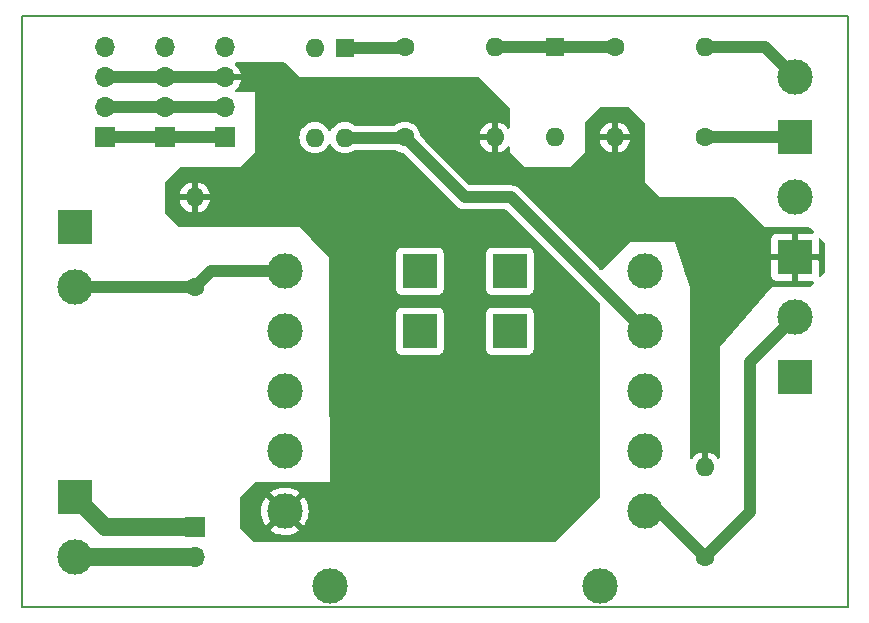
<source format=gbr>
%TF.GenerationSoftware,KiCad,Pcbnew,(6.0.7)*%
%TF.CreationDate,2023-01-13T08:14:30+01:00*%
%TF.ProjectId,VolvoPenta Digitalization,566f6c76-6f50-4656-9e74-612044696769,rev?*%
%TF.SameCoordinates,Original*%
%TF.FileFunction,Copper,L1,Top*%
%TF.FilePolarity,Positive*%
%FSLAX46Y46*%
G04 Gerber Fmt 4.6, Leading zero omitted, Abs format (unit mm)*
G04 Created by KiCad (PCBNEW (6.0.7)) date 2023-01-13 08:14:30*
%MOMM*%
%LPD*%
G01*
G04 APERTURE LIST*
%TA.AperFunction,NonConductor*%
%ADD10C,0.200000*%
%TD*%
%TA.AperFunction,ComponentPad*%
%ADD11C,3.000000*%
%TD*%
%TA.AperFunction,SMDPad,CuDef*%
%ADD12R,3.000000X3.000000*%
%TD*%
%TA.AperFunction,ComponentPad*%
%ADD13C,1.600000*%
%TD*%
%TA.AperFunction,ComponentPad*%
%ADD14O,1.600000X1.600000*%
%TD*%
%TA.AperFunction,ComponentPad*%
%ADD15R,1.700000X1.700000*%
%TD*%
%TA.AperFunction,ComponentPad*%
%ADD16O,1.700000X1.700000*%
%TD*%
%TA.AperFunction,ComponentPad*%
%ADD17R,3.000000X3.000000*%
%TD*%
%TA.AperFunction,ComponentPad*%
%ADD18R,1.600000X1.600000*%
%TD*%
%TA.AperFunction,Conductor*%
%ADD19C,1.000000*%
%TD*%
%TA.AperFunction,Conductor*%
%ADD20C,1.500000*%
%TD*%
G04 APERTURE END LIST*
D10*
X92040000Y-43080000D02*
X161960000Y-43080000D01*
X161960000Y-43080000D02*
X161960000Y-93100000D01*
X161960000Y-93100000D02*
X92040000Y-93100000D01*
X92040000Y-93100000D02*
X92040000Y-43080000D01*
D11*
%TO.P,U1,3V3,3V3*%
%TO.N,VCC*%
X114300000Y-84995000D03*
%TO.P,U1,A0,A0*%
%TO.N,unconnected-(U1-PadA0)*%
X114300000Y-74835000D03*
%TO.P,U1,A1,A1*%
%TO.N,unconnected-(U1-PadA1)*%
X114300000Y-69755000D03*
%TO.P,U1,A2,A2*%
%TO.N,Tank_Gauge*%
X114300000Y-64675000D03*
%TO.P,U1,A3,A3*%
%TO.N,FAE31020 Sensor*%
X144780000Y-64675000D03*
%TO.P,U1,D2,D2*%
%TO.N,Net-(R6-Pad1)*%
X144780000Y-69755000D03*
%TO.P,U1,D3,D3*%
%TO.N,unconnected-(U1-PadD3)*%
X144780000Y-74835000D03*
%TO.P,U1,D4,D4*%
%TO.N,unconnected-(U1-PadD4)*%
X144780000Y-79915000D03*
%TO.P,U1,D7,D7*%
%TO.N,DS18B20 Sensor*%
X144780000Y-84995000D03*
%TO.P,U1,GND1,GND*%
%TO.N,GND*%
X114300000Y-79915000D03*
%TO.P,U1,GND2,GND*%
%TO.N,unconnected-(U1-PadGND2)*%
X118110000Y-91345000D03*
D12*
%TO.P,U1,RX,RX*%
%TO.N,unconnected-(U1-PadRX)*%
X133350000Y-69755000D03*
%TO.P,U1,SCL,SCL*%
%TO.N,SCL*%
X125730000Y-64675000D03*
%TO.P,U1,SDA,SDA*%
%TO.N,SDA*%
X125730000Y-69755000D03*
%TO.P,U1,TX,TX*%
%TO.N,unconnected-(U1-PadTX)*%
X133350000Y-64675000D03*
D11*
%TO.P,U1,VIN,VIN*%
%TO.N,unconnected-(U1-PadVIN)*%
X140970000Y-91345000D03*
%TD*%
D13*
%TO.P,R1,1*%
%TO.N,Tank_Gauge*%
X106680000Y-66040000D03*
D14*
%TO.P,R1,2*%
%TO.N,VCC*%
X106680000Y-58420000D03*
%TD*%
D15*
%TO.P,SSD1306,1,Pin_1*%
%TO.N,SDA*%
X104140000Y-53340000D03*
D16*
%TO.P,SSD1306,2,Pin_2*%
%TO.N,SCL*%
X104140000Y-50800000D03*
%TO.P,SSD1306,3,Pin_3*%
%TO.N,VCC*%
X104140000Y-48260000D03*
%TO.P,SSD1306,4,Pin_4*%
%TO.N,GND*%
X104140000Y-45720000D03*
%TD*%
D13*
%TO.P,R4,1*%
%TO.N,Net-(R4-Pad1)*%
X142240000Y-45720000D03*
D14*
%TO.P,R4,2*%
%TO.N,Alternator W*%
X149860000Y-45720000D03*
%TD*%
D17*
%TO.P,JC3,1,Pin_1*%
%TO.N,FAE31020 Sensor*%
X157480000Y-53340000D03*
D11*
%TO.P,JC3,2,Pin_2*%
%TO.N,Alternator W*%
X157480000Y-48260000D03*
%TD*%
D17*
%TO.P,JC4,1,Pin_1*%
%TO.N,GND*%
X157480000Y-73660000D03*
D11*
%TO.P,JC4,2,Pin_2*%
%TO.N,DS18B20 Sensor*%
X157480000Y-68580000D03*
%TD*%
D17*
%TO.P,JC2,1,Pin_1*%
%TO.N,GND*%
X96520000Y-60960000D03*
D11*
%TO.P,JC2,2,Pin_2*%
%TO.N,Tank_Gauge*%
X96520000Y-66040000D03*
%TD*%
D18*
%TO.P,U2,1*%
%TO.N,Net-(U2-Pad1)*%
X119380000Y-45740000D03*
D14*
%TO.P,U2,2*%
%TO.N,GND*%
X116840000Y-45740000D03*
%TO.P,U2,3*%
X116840000Y-53360000D03*
%TO.P,U2,4*%
%TO.N,Net-(R6-Pad1)*%
X119380000Y-53360000D03*
%TD*%
D17*
%TO.P,JC12V1,1,Pin_1*%
%TO.N,Net-(JC12V1-Pad1)*%
X96520000Y-83820000D03*
D11*
%TO.P,JC12V1,2,Pin_2*%
%TO.N,Net-(JUSB_Conv1-Pad2)*%
X96520000Y-88900000D03*
%TD*%
D15*
%TO.P,JUSB_Conv1,1,Pin_1*%
%TO.N,Net-(JC12V1-Pad1)*%
X106680000Y-86360000D03*
D16*
%TO.P,JUSB_Conv1,2,Pin_2*%
%TO.N,Net-(JUSB_Conv1-Pad2)*%
X106680000Y-88900000D03*
%TD*%
D17*
%TO.P,JC5,1,Pin_1*%
%TO.N,VCC*%
X157480000Y-63500000D03*
D11*
%TO.P,JC5,2,Pin_2*%
%TO.N,unconnected-(JC5-Pad2)*%
X157480000Y-58420000D03*
%TD*%
D18*
%TO.P,D1,1,K*%
%TO.N,Net-(R4-Pad1)*%
X137160000Y-45720000D03*
D14*
%TO.P,D1,2,A*%
%TO.N,GND*%
X137160000Y-53340000D03*
%TD*%
D15*
%TO.P,BMP280,1,Pin_1*%
%TO.N,SDA*%
X109220000Y-53340000D03*
D16*
%TO.P,BMP280,2,Pin_2*%
%TO.N,SCL*%
X109220000Y-50800000D03*
%TO.P,BMP280,3,Pin_3*%
%TO.N,VCC*%
X109220000Y-48260000D03*
%TO.P,BMP280,4,Pin_4*%
%TO.N,GND*%
X109220000Y-45720000D03*
%TD*%
D13*
%TO.P,R3,1*%
%TO.N,DS18B20 Sensor*%
X149860000Y-88900000D03*
D14*
%TO.P,R3,2*%
%TO.N,VCC*%
X149860000Y-81280000D03*
%TD*%
D13*
%TO.P,R6,1*%
%TO.N,Net-(R6-Pad1)*%
X124460000Y-53340000D03*
D14*
%TO.P,R6,2*%
%TO.N,VCC*%
X132080000Y-53340000D03*
%TD*%
D13*
%TO.P,R5,1*%
%TO.N,Net-(U2-Pad1)*%
X124460000Y-45720000D03*
D14*
%TO.P,R5,2*%
%TO.N,Net-(R4-Pad1)*%
X132080000Y-45720000D03*
%TD*%
D15*
%TO.P,I2C1,1,Pin_1*%
%TO.N,SDA*%
X99060000Y-53340000D03*
D16*
%TO.P,I2C1,2,Pin_2*%
%TO.N,SCL*%
X99060000Y-50800000D03*
%TO.P,I2C1,3,Pin_3*%
%TO.N,VCC*%
X99060000Y-48260000D03*
%TO.P,I2C1,4,Pin_4*%
%TO.N,GND*%
X99060000Y-45720000D03*
%TD*%
D13*
%TO.P,R2,1*%
%TO.N,FAE31020 Sensor*%
X149860000Y-53340000D03*
D14*
%TO.P,R2,2*%
%TO.N,VCC*%
X142240000Y-53340000D03*
%TD*%
D19*
%TO.N,VCC*%
X109220000Y-48260000D02*
X104140000Y-48260000D01*
X99060000Y-48260000D02*
X104140000Y-48260000D01*
%TO.N,SCL*%
X99060000Y-50800000D02*
X104140000Y-50800000D01*
X109220000Y-50800000D02*
X104140000Y-50800000D01*
%TO.N,SDA*%
X104140000Y-53340000D02*
X109220000Y-53340000D01*
X99060000Y-53340000D02*
X104140000Y-53340000D01*
%TO.N,Net-(U2-Pad1)*%
X124440000Y-45740000D02*
X124460000Y-45720000D01*
X119380000Y-45740000D02*
X124440000Y-45740000D01*
%TO.N,Net-(R4-Pad1)*%
X137160000Y-45720000D02*
X142240000Y-45720000D01*
X132080000Y-45720000D02*
X137160000Y-45720000D01*
%TO.N,FAE31020 Sensor*%
X157480000Y-53340000D02*
X149860000Y-53340000D01*
%TO.N,Alternator W*%
X154940000Y-45720000D02*
X157480000Y-48260000D01*
X149860000Y-45720000D02*
X154940000Y-45720000D01*
%TO.N,DS18B20 Sensor*%
X153670000Y-72390000D02*
X157480000Y-68580000D01*
X153670000Y-85090000D02*
X153670000Y-72390000D01*
X149860000Y-88900000D02*
X153670000Y-85090000D01*
X145955000Y-84995000D02*
X149860000Y-88900000D01*
X144780000Y-84995000D02*
X145955000Y-84995000D01*
D20*
%TO.N,Net-(JUSB_Conv1-Pad2)*%
X106680000Y-88900000D02*
X96520000Y-88900000D01*
%TO.N,Net-(JC12V1-Pad1)*%
X99060000Y-86360000D02*
X96520000Y-83820000D01*
X106680000Y-86360000D02*
X99060000Y-86360000D01*
D19*
%TO.N,Tank_Gauge*%
X106680000Y-66040000D02*
X96520000Y-66040000D01*
X108045000Y-64675000D02*
X106680000Y-66040000D01*
X114300000Y-64675000D02*
X108045000Y-64675000D01*
%TO.N,Net-(R6-Pad1)*%
X133445000Y-58420000D02*
X144780000Y-69755000D01*
X129540000Y-58420000D02*
X133445000Y-58420000D01*
X124460000Y-53340000D02*
X129540000Y-58420000D01*
X119380000Y-53360000D02*
X124440000Y-53360000D01*
X124440000Y-53360000D02*
X124460000Y-53340000D01*
%TD*%
%TA.AperFunction,Conductor*%
%TO.N,VCC*%
G36*
X114315931Y-47010002D02*
G01*
X114336905Y-47026905D01*
X115570000Y-48260000D01*
X130757810Y-48260000D01*
X130825931Y-48280002D01*
X130846905Y-48296905D01*
X133313095Y-50763095D01*
X133347121Y-50825407D01*
X133350000Y-50852190D01*
X133350000Y-52473699D01*
X133329998Y-52541820D01*
X133276342Y-52588313D01*
X133206068Y-52598417D01*
X133141488Y-52568923D01*
X133120787Y-52545970D01*
X133088972Y-52500533D01*
X133081916Y-52492125D01*
X132927875Y-52338084D01*
X132919467Y-52331028D01*
X132741007Y-52206069D01*
X132731511Y-52200586D01*
X132534053Y-52108510D01*
X132523761Y-52104764D01*
X132351497Y-52058606D01*
X132337401Y-52058942D01*
X132334000Y-52066884D01*
X132334000Y-54607967D01*
X132337973Y-54621498D01*
X132346522Y-54622727D01*
X132523761Y-54575236D01*
X132534053Y-54571490D01*
X132731511Y-54479414D01*
X132741007Y-54473931D01*
X132919467Y-54348972D01*
X132927875Y-54341916D01*
X133081916Y-54187875D01*
X133088972Y-54179467D01*
X133120787Y-54134030D01*
X133176244Y-54089702D01*
X133246863Y-54082393D01*
X133310224Y-54114424D01*
X133346209Y-54175625D01*
X133350000Y-54206301D01*
X133350000Y-54610000D01*
X134620000Y-55880000D01*
X138430000Y-55880000D01*
X139700000Y-54610000D01*
X139700000Y-53606522D01*
X140957273Y-53606522D01*
X141004764Y-53783761D01*
X141008510Y-53794053D01*
X141100586Y-53991511D01*
X141106069Y-54001007D01*
X141231028Y-54179467D01*
X141238084Y-54187875D01*
X141392125Y-54341916D01*
X141400533Y-54348972D01*
X141578993Y-54473931D01*
X141588489Y-54479414D01*
X141785947Y-54571490D01*
X141796239Y-54575236D01*
X141968503Y-54621394D01*
X141982599Y-54621058D01*
X141986000Y-54613116D01*
X141986000Y-54607967D01*
X142494000Y-54607967D01*
X142497973Y-54621498D01*
X142506522Y-54622727D01*
X142683761Y-54575236D01*
X142694053Y-54571490D01*
X142891511Y-54479414D01*
X142901007Y-54473931D01*
X143079467Y-54348972D01*
X143087875Y-54341916D01*
X143241916Y-54187875D01*
X143248972Y-54179467D01*
X143373931Y-54001007D01*
X143379414Y-53991511D01*
X143471490Y-53794053D01*
X143475236Y-53783761D01*
X143521394Y-53611497D01*
X143521058Y-53597401D01*
X143513116Y-53594000D01*
X142512115Y-53594000D01*
X142496876Y-53598475D01*
X142495671Y-53599865D01*
X142494000Y-53607548D01*
X142494000Y-54607967D01*
X141986000Y-54607967D01*
X141986000Y-53612115D01*
X141981525Y-53596876D01*
X141980135Y-53595671D01*
X141972452Y-53594000D01*
X140972033Y-53594000D01*
X140958502Y-53597973D01*
X140957273Y-53606522D01*
X139700000Y-53606522D01*
X139700000Y-53068503D01*
X140958606Y-53068503D01*
X140958942Y-53082599D01*
X140966884Y-53086000D01*
X141967885Y-53086000D01*
X141983124Y-53081525D01*
X141984329Y-53080135D01*
X141986000Y-53072452D01*
X141986000Y-53067885D01*
X142494000Y-53067885D01*
X142498475Y-53083124D01*
X142499865Y-53084329D01*
X142507548Y-53086000D01*
X143507967Y-53086000D01*
X143521498Y-53082027D01*
X143522727Y-53073478D01*
X143475236Y-52896239D01*
X143471490Y-52885947D01*
X143379414Y-52688489D01*
X143373931Y-52678993D01*
X143248972Y-52500533D01*
X143241916Y-52492125D01*
X143087875Y-52338084D01*
X143079467Y-52331028D01*
X142901007Y-52206069D01*
X142891511Y-52200586D01*
X142694053Y-52108510D01*
X142683761Y-52104764D01*
X142511497Y-52058606D01*
X142497401Y-52058942D01*
X142494000Y-52066884D01*
X142494000Y-53067885D01*
X141986000Y-53067885D01*
X141986000Y-52072033D01*
X141982027Y-52058502D01*
X141973478Y-52057273D01*
X141796239Y-52104764D01*
X141785947Y-52108510D01*
X141588489Y-52200586D01*
X141578993Y-52206069D01*
X141400533Y-52331028D01*
X141392125Y-52338084D01*
X141238084Y-52492125D01*
X141231028Y-52500533D01*
X141106069Y-52678993D01*
X141100586Y-52688489D01*
X141008510Y-52885947D01*
X141004764Y-52896239D01*
X140958606Y-53068503D01*
X139700000Y-53068503D01*
X139700000Y-52122190D01*
X139720002Y-52054069D01*
X139736905Y-52033095D01*
X140933095Y-50836905D01*
X140995407Y-50802879D01*
X141022190Y-50800000D01*
X143457810Y-50800000D01*
X143525931Y-50820002D01*
X143546905Y-50836905D01*
X144743095Y-52033095D01*
X144777121Y-52095407D01*
X144780000Y-52122190D01*
X144780000Y-57150000D01*
X146050000Y-58420000D01*
X152347810Y-58420000D01*
X152415931Y-58440002D01*
X152436905Y-58456905D01*
X154940000Y-60960000D01*
X158697810Y-60960000D01*
X158765931Y-60980002D01*
X158786905Y-60996905D01*
X159066905Y-61276905D01*
X159100931Y-61339217D01*
X159095866Y-61410032D01*
X159053319Y-61466868D01*
X158986799Y-61491679D01*
X158977810Y-61492000D01*
X157752115Y-61492000D01*
X157736876Y-61496475D01*
X157735671Y-61497865D01*
X157734000Y-61505548D01*
X157734000Y-63227885D01*
X157738475Y-63243124D01*
X157739865Y-63244329D01*
X157747548Y-63246000D01*
X159469884Y-63246000D01*
X159485123Y-63241525D01*
X159486328Y-63240135D01*
X159487999Y-63232452D01*
X159487999Y-62002189D01*
X159508001Y-61934068D01*
X159561657Y-61887575D01*
X159631931Y-61877471D01*
X159696511Y-61906965D01*
X159703094Y-61913094D01*
X159983095Y-62193095D01*
X160017121Y-62255407D01*
X160020000Y-62282190D01*
X160020000Y-64717810D01*
X159999998Y-64785931D01*
X159983095Y-64806905D01*
X159703095Y-65086905D01*
X159640783Y-65120931D01*
X159569968Y-65115866D01*
X159513132Y-65073319D01*
X159488321Y-65006799D01*
X159488000Y-64997810D01*
X159488000Y-63772115D01*
X159483525Y-63756876D01*
X159482135Y-63755671D01*
X159474452Y-63754000D01*
X157752115Y-63754000D01*
X157736876Y-63758475D01*
X157735671Y-63759865D01*
X157734000Y-63767548D01*
X157734000Y-65489884D01*
X157738475Y-65505123D01*
X157739865Y-65506328D01*
X157747548Y-65507999D01*
X158977811Y-65507999D01*
X159045932Y-65528001D01*
X159092425Y-65581657D01*
X159102529Y-65651931D01*
X159073035Y-65716511D01*
X159066906Y-65723094D01*
X158786905Y-66003095D01*
X158724593Y-66037121D01*
X158697810Y-66040000D01*
X155575000Y-66040000D01*
X151130000Y-71120000D01*
X151130000Y-80413699D01*
X151109998Y-80481820D01*
X151056342Y-80528313D01*
X150986068Y-80538417D01*
X150921488Y-80508923D01*
X150900787Y-80485970D01*
X150868972Y-80440533D01*
X150861916Y-80432125D01*
X150707875Y-80278084D01*
X150699467Y-80271028D01*
X150521007Y-80146069D01*
X150511511Y-80140586D01*
X150314053Y-80048510D01*
X150303761Y-80044764D01*
X150131497Y-79998606D01*
X150117401Y-79998942D01*
X150114000Y-80006884D01*
X150114000Y-81408000D01*
X150093998Y-81476121D01*
X150040342Y-81522614D01*
X149988000Y-81534000D01*
X149732000Y-81534000D01*
X149663879Y-81513998D01*
X149617386Y-81460342D01*
X149606000Y-81408000D01*
X149606000Y-80012033D01*
X149602027Y-79998502D01*
X149593478Y-79997273D01*
X149416239Y-80044764D01*
X149405947Y-80048510D01*
X149208489Y-80140586D01*
X149198993Y-80146069D01*
X149020533Y-80271028D01*
X149012125Y-80278084D01*
X148858084Y-80432125D01*
X148851028Y-80440533D01*
X148819213Y-80485970D01*
X148763756Y-80530298D01*
X148693137Y-80537607D01*
X148629776Y-80505576D01*
X148593791Y-80444375D01*
X148590000Y-80413699D01*
X148590000Y-66040000D01*
X148258223Y-65044669D01*
X155472001Y-65044669D01*
X155472371Y-65051490D01*
X155477895Y-65102352D01*
X155481521Y-65117604D01*
X155526676Y-65238054D01*
X155535214Y-65253649D01*
X155611715Y-65355724D01*
X155624276Y-65368285D01*
X155726351Y-65444786D01*
X155741946Y-65453324D01*
X155862394Y-65498478D01*
X155877649Y-65502105D01*
X155928514Y-65507631D01*
X155935328Y-65508000D01*
X157207885Y-65508000D01*
X157223124Y-65503525D01*
X157224329Y-65502135D01*
X157226000Y-65494452D01*
X157226000Y-63772115D01*
X157221525Y-63756876D01*
X157220135Y-63755671D01*
X157212452Y-63754000D01*
X155490116Y-63754000D01*
X155474877Y-63758475D01*
X155473672Y-63759865D01*
X155472001Y-63767548D01*
X155472001Y-65044669D01*
X148258223Y-65044669D01*
X148095096Y-64555288D01*
X147652629Y-63227885D01*
X155472000Y-63227885D01*
X155476475Y-63243124D01*
X155477865Y-63244329D01*
X155485548Y-63246000D01*
X157207885Y-63246000D01*
X157223124Y-63241525D01*
X157224329Y-63240135D01*
X157226000Y-63232452D01*
X157226000Y-61510116D01*
X157221525Y-61494877D01*
X157220135Y-61493672D01*
X157212452Y-61492001D01*
X155935331Y-61492001D01*
X155928510Y-61492371D01*
X155877648Y-61497895D01*
X155862396Y-61501521D01*
X155741946Y-61546676D01*
X155726351Y-61555214D01*
X155624276Y-61631715D01*
X155611715Y-61644276D01*
X155535214Y-61746351D01*
X155526676Y-61761946D01*
X155481522Y-61882394D01*
X155477895Y-61897649D01*
X155472369Y-61948514D01*
X155472000Y-61955328D01*
X155472000Y-63227885D01*
X147652629Y-63227885D01*
X147325729Y-62247186D01*
X147325728Y-62247185D01*
X147320000Y-62230000D01*
X143510000Y-62230000D01*
X141184712Y-64555288D01*
X141122400Y-64589314D01*
X141051585Y-64584249D01*
X141006522Y-64555288D01*
X134201855Y-57750621D01*
X134192753Y-57740478D01*
X134172897Y-57715782D01*
X134169032Y-57710975D01*
X134130578Y-57678708D01*
X134126931Y-57675528D01*
X134125119Y-57673885D01*
X134122925Y-57671691D01*
X134089651Y-57644358D01*
X134088853Y-57643696D01*
X134017526Y-57583846D01*
X134012856Y-57581278D01*
X134008739Y-57577897D01*
X133926914Y-57534023D01*
X133925755Y-57533394D01*
X133849619Y-57491538D01*
X133849611Y-57491535D01*
X133844213Y-57488567D01*
X133839131Y-57486955D01*
X133834437Y-57484438D01*
X133745469Y-57457238D01*
X133744441Y-57456918D01*
X133655694Y-57428765D01*
X133650398Y-57428171D01*
X133645302Y-57426613D01*
X133552743Y-57417210D01*
X133551607Y-57417089D01*
X133517992Y-57413319D01*
X133505270Y-57411892D01*
X133505266Y-57411892D01*
X133501773Y-57411500D01*
X133498246Y-57411500D01*
X133497261Y-57411445D01*
X133491581Y-57410998D01*
X133462175Y-57408011D01*
X133454663Y-57407248D01*
X133454661Y-57407248D01*
X133448538Y-57406626D01*
X133406259Y-57410623D01*
X133402891Y-57410941D01*
X133391033Y-57411500D01*
X130009925Y-57411500D01*
X129941804Y-57391498D01*
X129920830Y-57374595D01*
X126152756Y-53606522D01*
X130797273Y-53606522D01*
X130844764Y-53783761D01*
X130848510Y-53794053D01*
X130940586Y-53991511D01*
X130946069Y-54001007D01*
X131071028Y-54179467D01*
X131078084Y-54187875D01*
X131232125Y-54341916D01*
X131240533Y-54348972D01*
X131418993Y-54473931D01*
X131428489Y-54479414D01*
X131625947Y-54571490D01*
X131636239Y-54575236D01*
X131808503Y-54621394D01*
X131822599Y-54621058D01*
X131826000Y-54613116D01*
X131826000Y-53612115D01*
X131821525Y-53596876D01*
X131820135Y-53595671D01*
X131812452Y-53594000D01*
X130812033Y-53594000D01*
X130798502Y-53597973D01*
X130797273Y-53606522D01*
X126152756Y-53606522D01*
X125795118Y-53248884D01*
X125761092Y-53186572D01*
X125758692Y-53170770D01*
X125755772Y-53137393D01*
X125753543Y-53111913D01*
X125741911Y-53068503D01*
X130798606Y-53068503D01*
X130798942Y-53082599D01*
X130806884Y-53086000D01*
X131807885Y-53086000D01*
X131823124Y-53081525D01*
X131824329Y-53080135D01*
X131826000Y-53072452D01*
X131826000Y-52072033D01*
X131822027Y-52058502D01*
X131813478Y-52057273D01*
X131636239Y-52104764D01*
X131625947Y-52108510D01*
X131428489Y-52200586D01*
X131418993Y-52206069D01*
X131240533Y-52331028D01*
X131232125Y-52338084D01*
X131078084Y-52492125D01*
X131071028Y-52500533D01*
X130946069Y-52678993D01*
X130940586Y-52688489D01*
X130848510Y-52885947D01*
X130844764Y-52896239D01*
X130798606Y-53068503D01*
X125741911Y-53068503D01*
X125713947Y-52964141D01*
X125695707Y-52896067D01*
X125695706Y-52896065D01*
X125694284Y-52890757D01*
X125609175Y-52708238D01*
X125599849Y-52688238D01*
X125599846Y-52688233D01*
X125597523Y-52683251D01*
X125480202Y-52515700D01*
X125469357Y-52500211D01*
X125469355Y-52500208D01*
X125466198Y-52495700D01*
X125304300Y-52333802D01*
X125299792Y-52330645D01*
X125299789Y-52330643D01*
X125175043Y-52243295D01*
X125116749Y-52202477D01*
X125111767Y-52200154D01*
X125111762Y-52200151D01*
X124914225Y-52108039D01*
X124914224Y-52108039D01*
X124909243Y-52105716D01*
X124903935Y-52104294D01*
X124903933Y-52104293D01*
X124693402Y-52047881D01*
X124693400Y-52047881D01*
X124688087Y-52046457D01*
X124460000Y-52026502D01*
X124231913Y-52046457D01*
X124226600Y-52047881D01*
X124226598Y-52047881D01*
X124016067Y-52104293D01*
X124016065Y-52104294D01*
X124010757Y-52105716D01*
X124005776Y-52108039D01*
X124005775Y-52108039D01*
X123808238Y-52200151D01*
X123808233Y-52200154D01*
X123803251Y-52202477D01*
X123622968Y-52328713D01*
X123550697Y-52351500D01*
X120260740Y-52351500D01*
X120188469Y-52328713D01*
X120066480Y-52243295D01*
X120036749Y-52222477D01*
X120031767Y-52220154D01*
X120031762Y-52220151D01*
X119834225Y-52128039D01*
X119834224Y-52128039D01*
X119829243Y-52125716D01*
X119823935Y-52124294D01*
X119823933Y-52124293D01*
X119613402Y-52067881D01*
X119613400Y-52067881D01*
X119608087Y-52066457D01*
X119380000Y-52046502D01*
X119151913Y-52066457D01*
X119146600Y-52067881D01*
X119146598Y-52067881D01*
X118936067Y-52124293D01*
X118936065Y-52124294D01*
X118930757Y-52125716D01*
X118925776Y-52128039D01*
X118925775Y-52128039D01*
X118728238Y-52220151D01*
X118728233Y-52220154D01*
X118723251Y-52222477D01*
X118693520Y-52243295D01*
X118540211Y-52350643D01*
X118540208Y-52350645D01*
X118535700Y-52353802D01*
X118373802Y-52515700D01*
X118370645Y-52520208D01*
X118370643Y-52520211D01*
X118336535Y-52568923D01*
X118242477Y-52703251D01*
X118240154Y-52708233D01*
X118240151Y-52708238D01*
X118224195Y-52742457D01*
X118177278Y-52795742D01*
X118109001Y-52815203D01*
X118041041Y-52794661D01*
X117995805Y-52742457D01*
X117979849Y-52708238D01*
X117979846Y-52708233D01*
X117977523Y-52703251D01*
X117883465Y-52568923D01*
X117849357Y-52520211D01*
X117849355Y-52520208D01*
X117846198Y-52515700D01*
X117684300Y-52353802D01*
X117679792Y-52350645D01*
X117679789Y-52350643D01*
X117526480Y-52243295D01*
X117496749Y-52222477D01*
X117491767Y-52220154D01*
X117491762Y-52220151D01*
X117294225Y-52128039D01*
X117294224Y-52128039D01*
X117289243Y-52125716D01*
X117283935Y-52124294D01*
X117283933Y-52124293D01*
X117073402Y-52067881D01*
X117073400Y-52067881D01*
X117068087Y-52066457D01*
X116840000Y-52046502D01*
X116611913Y-52066457D01*
X116606600Y-52067881D01*
X116606598Y-52067881D01*
X116396067Y-52124293D01*
X116396065Y-52124294D01*
X116390757Y-52125716D01*
X116385776Y-52128039D01*
X116385775Y-52128039D01*
X116188238Y-52220151D01*
X116188233Y-52220154D01*
X116183251Y-52222477D01*
X116153520Y-52243295D01*
X116000211Y-52350643D01*
X116000208Y-52350645D01*
X115995700Y-52353802D01*
X115833802Y-52515700D01*
X115830645Y-52520208D01*
X115830643Y-52520211D01*
X115796535Y-52568923D01*
X115702477Y-52703251D01*
X115700154Y-52708233D01*
X115700151Y-52708238D01*
X115684195Y-52742457D01*
X115605716Y-52910757D01*
X115604294Y-52916065D01*
X115604293Y-52916067D01*
X115551816Y-53111913D01*
X115546457Y-53131913D01*
X115526502Y-53360000D01*
X115546457Y-53588087D01*
X115547881Y-53593400D01*
X115547881Y-53593402D01*
X115551672Y-53607548D01*
X115605716Y-53809243D01*
X115608039Y-53814224D01*
X115608039Y-53814225D01*
X115700151Y-54011762D01*
X115700154Y-54011767D01*
X115702477Y-54016749D01*
X115770870Y-54114424D01*
X115816414Y-54179467D01*
X115833802Y-54204300D01*
X115995700Y-54366198D01*
X116000208Y-54369355D01*
X116000211Y-54369357D01*
X116078389Y-54424098D01*
X116183251Y-54497523D01*
X116188233Y-54499846D01*
X116188238Y-54499849D01*
X116349908Y-54575236D01*
X116390757Y-54594284D01*
X116396065Y-54595706D01*
X116396067Y-54595707D01*
X116606598Y-54652119D01*
X116606600Y-54652119D01*
X116611913Y-54653543D01*
X116840000Y-54673498D01*
X117068087Y-54653543D01*
X117073400Y-54652119D01*
X117073402Y-54652119D01*
X117283933Y-54595707D01*
X117283935Y-54595706D01*
X117289243Y-54594284D01*
X117330092Y-54575236D01*
X117491762Y-54499849D01*
X117491767Y-54499846D01*
X117496749Y-54497523D01*
X117601611Y-54424098D01*
X117679789Y-54369357D01*
X117679792Y-54369355D01*
X117684300Y-54366198D01*
X117846198Y-54204300D01*
X117863587Y-54179467D01*
X117909130Y-54114424D01*
X117977523Y-54016749D01*
X117979846Y-54011767D01*
X117979849Y-54011762D01*
X117995805Y-53977543D01*
X118042722Y-53924258D01*
X118110999Y-53904797D01*
X118178959Y-53925339D01*
X118224195Y-53977543D01*
X118240151Y-54011762D01*
X118240154Y-54011767D01*
X118242477Y-54016749D01*
X118310870Y-54114424D01*
X118356414Y-54179467D01*
X118373802Y-54204300D01*
X118535700Y-54366198D01*
X118540208Y-54369355D01*
X118540211Y-54369357D01*
X118618389Y-54424098D01*
X118723251Y-54497523D01*
X118728233Y-54499846D01*
X118728238Y-54499849D01*
X118889908Y-54575236D01*
X118930757Y-54594284D01*
X118936065Y-54595706D01*
X118936067Y-54595707D01*
X119146598Y-54652119D01*
X119146600Y-54652119D01*
X119151913Y-54653543D01*
X119380000Y-54673498D01*
X119608087Y-54653543D01*
X119613400Y-54652119D01*
X119613402Y-54652119D01*
X119823933Y-54595707D01*
X119823935Y-54595706D01*
X119829243Y-54594284D01*
X119870092Y-54575236D01*
X120031762Y-54499849D01*
X120031767Y-54499846D01*
X120036749Y-54497523D01*
X120188469Y-54391287D01*
X120260740Y-54368500D01*
X123607822Y-54368500D01*
X123680093Y-54391287D01*
X123803251Y-54477523D01*
X123808233Y-54479846D01*
X123808238Y-54479849D01*
X124004765Y-54571490D01*
X124010757Y-54574284D01*
X124016065Y-54575706D01*
X124016067Y-54575707D01*
X124076728Y-54591961D01*
X124231913Y-54633543D01*
X124290769Y-54638692D01*
X124356887Y-54664555D01*
X124368883Y-54675118D01*
X128783145Y-59089379D01*
X128792247Y-59099522D01*
X128815968Y-59129025D01*
X128820696Y-59132992D01*
X128854421Y-59161291D01*
X128858069Y-59164472D01*
X128859881Y-59166115D01*
X128862075Y-59168309D01*
X128895349Y-59195642D01*
X128896147Y-59196304D01*
X128967474Y-59256154D01*
X128972144Y-59258722D01*
X128976261Y-59262103D01*
X129034145Y-59293140D01*
X129058086Y-59305977D01*
X129059245Y-59306606D01*
X129135381Y-59348462D01*
X129135389Y-59348465D01*
X129140787Y-59351433D01*
X129145869Y-59353045D01*
X129150563Y-59355562D01*
X129156454Y-59357363D01*
X129239477Y-59382747D01*
X129240735Y-59383139D01*
X129329306Y-59411235D01*
X129334597Y-59411829D01*
X129339698Y-59413388D01*
X129432263Y-59422790D01*
X129433450Y-59422916D01*
X129462838Y-59426213D01*
X129479730Y-59428108D01*
X129479735Y-59428108D01*
X129483227Y-59428500D01*
X129486752Y-59428500D01*
X129487737Y-59428555D01*
X129493432Y-59429003D01*
X129505342Y-59430213D01*
X129530334Y-59432752D01*
X129530339Y-59432752D01*
X129536462Y-59433374D01*
X129582108Y-59429059D01*
X129593967Y-59428500D01*
X132975075Y-59428500D01*
X133043196Y-59448502D01*
X133064170Y-59465405D01*
X137732378Y-64133612D01*
X140933095Y-67334329D01*
X140967121Y-67396641D01*
X140970000Y-67423424D01*
X140970000Y-83767810D01*
X140949998Y-83835931D01*
X140933095Y-83856905D01*
X137196905Y-87593095D01*
X137134593Y-87627121D01*
X137107810Y-87630000D01*
X111812190Y-87630000D01*
X111744069Y-87609998D01*
X111723095Y-87593095D01*
X110714654Y-86584654D01*
X113075618Y-86584654D01*
X113082673Y-86594627D01*
X113113679Y-86620551D01*
X113120598Y-86625579D01*
X113345272Y-86766515D01*
X113352807Y-86770556D01*
X113594520Y-86879694D01*
X113602551Y-86882680D01*
X113856832Y-86958002D01*
X113865184Y-86959869D01*
X114127340Y-86999984D01*
X114135874Y-87000700D01*
X114401045Y-87004867D01*
X114409596Y-87004418D01*
X114672883Y-86972557D01*
X114681284Y-86970955D01*
X114937824Y-86903653D01*
X114945926Y-86900926D01*
X115190949Y-86799434D01*
X115198617Y-86795628D01*
X115427598Y-86661822D01*
X115434679Y-86657009D01*
X115514655Y-86594301D01*
X115523125Y-86582442D01*
X115516608Y-86570818D01*
X114312812Y-85367022D01*
X114298868Y-85359408D01*
X114297035Y-85359539D01*
X114290420Y-85363790D01*
X113082910Y-86571300D01*
X113075618Y-86584654D01*
X110714654Y-86584654D01*
X110526905Y-86396905D01*
X110492879Y-86334593D01*
X110490000Y-86307810D01*
X110490000Y-84978204D01*
X112287665Y-84978204D01*
X112302932Y-85242969D01*
X112304005Y-85251470D01*
X112355065Y-85511722D01*
X112357276Y-85519974D01*
X112443184Y-85770894D01*
X112446499Y-85778779D01*
X112565664Y-86015713D01*
X112570020Y-86023079D01*
X112699347Y-86211250D01*
X112709601Y-86219594D01*
X112723342Y-86212448D01*
X113927978Y-85007812D01*
X113934356Y-84996132D01*
X114664408Y-84996132D01*
X114664539Y-84997965D01*
X114668790Y-85004580D01*
X115875730Y-86211520D01*
X115887939Y-86218187D01*
X115899439Y-86209497D01*
X115996831Y-86076913D01*
X116001418Y-86069685D01*
X116127962Y-85836621D01*
X116131530Y-85828827D01*
X116225271Y-85580750D01*
X116227748Y-85572544D01*
X116286954Y-85314038D01*
X116288294Y-85305577D01*
X116312031Y-85039616D01*
X116312277Y-85034677D01*
X116312666Y-84997485D01*
X116312523Y-84992519D01*
X116294362Y-84726123D01*
X116293201Y-84717649D01*
X116239419Y-84457944D01*
X116237120Y-84449709D01*
X116148588Y-84199705D01*
X116145191Y-84191854D01*
X116023550Y-83956178D01*
X116019122Y-83948866D01*
X115900031Y-83779417D01*
X115889509Y-83771037D01*
X115876121Y-83778089D01*
X114672022Y-84982188D01*
X114664408Y-84996132D01*
X113934356Y-84996132D01*
X113935592Y-84993868D01*
X113935461Y-84992035D01*
X113931210Y-84985420D01*
X112723814Y-83778024D01*
X112711804Y-83771466D01*
X112700064Y-83780434D01*
X112591935Y-83930911D01*
X112587418Y-83938196D01*
X112463325Y-84172567D01*
X112459839Y-84180395D01*
X112368700Y-84429446D01*
X112366311Y-84437670D01*
X112309812Y-84696795D01*
X112308563Y-84705250D01*
X112287754Y-84969653D01*
X112287665Y-84978204D01*
X110490000Y-84978204D01*
X110490000Y-83872190D01*
X110510002Y-83804069D01*
X110526905Y-83783095D01*
X110902500Y-83407500D01*
X113076584Y-83407500D01*
X113082980Y-83418770D01*
X114287188Y-84622978D01*
X114301132Y-84630592D01*
X114302965Y-84630461D01*
X114309580Y-84626210D01*
X115516604Y-83419186D01*
X115523795Y-83406017D01*
X115516473Y-83395780D01*
X115469233Y-83357115D01*
X115462261Y-83352160D01*
X115236122Y-83213582D01*
X115228552Y-83209624D01*
X114985704Y-83103022D01*
X114977644Y-83100120D01*
X114722592Y-83027467D01*
X114714214Y-83025685D01*
X114451656Y-82988318D01*
X114443111Y-82987691D01*
X114177908Y-82986302D01*
X114169374Y-82986839D01*
X113906433Y-83021456D01*
X113898035Y-83023149D01*
X113642238Y-83093127D01*
X113634143Y-83095946D01*
X113390199Y-83199997D01*
X113382577Y-83203881D01*
X113155013Y-83340075D01*
X113147981Y-83344962D01*
X113085053Y-83395377D01*
X113076584Y-83407500D01*
X110902500Y-83407500D01*
X111723095Y-82586905D01*
X111785407Y-82552879D01*
X111812190Y-82550000D01*
X118110000Y-82550000D01*
X118065895Y-71303134D01*
X123721500Y-71303134D01*
X123728255Y-71365316D01*
X123779385Y-71501705D01*
X123866739Y-71618261D01*
X123983295Y-71705615D01*
X124119684Y-71756745D01*
X124181866Y-71763500D01*
X127278134Y-71763500D01*
X127340316Y-71756745D01*
X127476705Y-71705615D01*
X127593261Y-71618261D01*
X127680615Y-71501705D01*
X127731745Y-71365316D01*
X127738500Y-71303134D01*
X131341500Y-71303134D01*
X131348255Y-71365316D01*
X131399385Y-71501705D01*
X131486739Y-71618261D01*
X131603295Y-71705615D01*
X131739684Y-71756745D01*
X131801866Y-71763500D01*
X134898134Y-71763500D01*
X134960316Y-71756745D01*
X135096705Y-71705615D01*
X135213261Y-71618261D01*
X135300615Y-71501705D01*
X135351745Y-71365316D01*
X135358500Y-71303134D01*
X135358500Y-68206866D01*
X135351745Y-68144684D01*
X135300615Y-68008295D01*
X135213261Y-67891739D01*
X135096705Y-67804385D01*
X134960316Y-67753255D01*
X134898134Y-67746500D01*
X131801866Y-67746500D01*
X131739684Y-67753255D01*
X131603295Y-67804385D01*
X131486739Y-67891739D01*
X131399385Y-68008295D01*
X131348255Y-68144684D01*
X131341500Y-68206866D01*
X131341500Y-71303134D01*
X127738500Y-71303134D01*
X127738500Y-68206866D01*
X127731745Y-68144684D01*
X127680615Y-68008295D01*
X127593261Y-67891739D01*
X127476705Y-67804385D01*
X127340316Y-67753255D01*
X127278134Y-67746500D01*
X124181866Y-67746500D01*
X124119684Y-67753255D01*
X123983295Y-67804385D01*
X123866739Y-67891739D01*
X123779385Y-68008295D01*
X123728255Y-68144684D01*
X123721500Y-68206866D01*
X123721500Y-71303134D01*
X118065895Y-71303134D01*
X118045974Y-66223134D01*
X123721500Y-66223134D01*
X123728255Y-66285316D01*
X123779385Y-66421705D01*
X123866739Y-66538261D01*
X123983295Y-66625615D01*
X124119684Y-66676745D01*
X124181866Y-66683500D01*
X127278134Y-66683500D01*
X127340316Y-66676745D01*
X127476705Y-66625615D01*
X127593261Y-66538261D01*
X127680615Y-66421705D01*
X127731745Y-66285316D01*
X127738500Y-66223134D01*
X131341500Y-66223134D01*
X131348255Y-66285316D01*
X131399385Y-66421705D01*
X131486739Y-66538261D01*
X131603295Y-66625615D01*
X131739684Y-66676745D01*
X131801866Y-66683500D01*
X134898134Y-66683500D01*
X134960316Y-66676745D01*
X135096705Y-66625615D01*
X135213261Y-66538261D01*
X135300615Y-66421705D01*
X135351745Y-66285316D01*
X135358500Y-66223134D01*
X135358500Y-63126866D01*
X135351745Y-63064684D01*
X135300615Y-62928295D01*
X135213261Y-62811739D01*
X135096705Y-62724385D01*
X134960316Y-62673255D01*
X134898134Y-62666500D01*
X131801866Y-62666500D01*
X131739684Y-62673255D01*
X131603295Y-62724385D01*
X131486739Y-62811739D01*
X131399385Y-62928295D01*
X131348255Y-63064684D01*
X131341500Y-63126866D01*
X131341500Y-66223134D01*
X127738500Y-66223134D01*
X127738500Y-63126866D01*
X127731745Y-63064684D01*
X127680615Y-62928295D01*
X127593261Y-62811739D01*
X127476705Y-62724385D01*
X127340316Y-62673255D01*
X127278134Y-62666500D01*
X124181866Y-62666500D01*
X124119684Y-62673255D01*
X123983295Y-62724385D01*
X123866739Y-62811739D01*
X123779385Y-62928295D01*
X123728255Y-63064684D01*
X123721500Y-63126866D01*
X123721500Y-66223134D01*
X118045974Y-66223134D01*
X118035295Y-63500000D01*
X117788766Y-63246000D01*
X117473430Y-62921109D01*
X115570000Y-60960000D01*
X105462190Y-60960000D01*
X105394069Y-60939998D01*
X105373095Y-60923095D01*
X104176905Y-59726905D01*
X104142879Y-59664593D01*
X104140000Y-59637810D01*
X104140000Y-58686522D01*
X105397273Y-58686522D01*
X105444764Y-58863761D01*
X105448510Y-58874053D01*
X105540586Y-59071511D01*
X105546069Y-59081007D01*
X105671028Y-59259467D01*
X105678084Y-59267875D01*
X105832125Y-59421916D01*
X105840533Y-59428972D01*
X106018993Y-59553931D01*
X106028489Y-59559414D01*
X106225947Y-59651490D01*
X106236239Y-59655236D01*
X106408503Y-59701394D01*
X106422599Y-59701058D01*
X106426000Y-59693116D01*
X106426000Y-59687967D01*
X106934000Y-59687967D01*
X106937973Y-59701498D01*
X106946522Y-59702727D01*
X107123761Y-59655236D01*
X107134053Y-59651490D01*
X107331511Y-59559414D01*
X107341007Y-59553931D01*
X107519467Y-59428972D01*
X107527875Y-59421916D01*
X107681916Y-59267875D01*
X107688972Y-59259467D01*
X107813931Y-59081007D01*
X107819414Y-59071511D01*
X107911490Y-58874053D01*
X107915236Y-58863761D01*
X107961394Y-58691497D01*
X107961058Y-58677401D01*
X107953116Y-58674000D01*
X106952115Y-58674000D01*
X106936876Y-58678475D01*
X106935671Y-58679865D01*
X106934000Y-58687548D01*
X106934000Y-59687967D01*
X106426000Y-59687967D01*
X106426000Y-58692115D01*
X106421525Y-58676876D01*
X106420135Y-58675671D01*
X106412452Y-58674000D01*
X105412033Y-58674000D01*
X105398502Y-58677973D01*
X105397273Y-58686522D01*
X104140000Y-58686522D01*
X104140000Y-58148503D01*
X105398606Y-58148503D01*
X105398942Y-58162599D01*
X105406884Y-58166000D01*
X106407885Y-58166000D01*
X106423124Y-58161525D01*
X106424329Y-58160135D01*
X106426000Y-58152452D01*
X106426000Y-58147885D01*
X106934000Y-58147885D01*
X106938475Y-58163124D01*
X106939865Y-58164329D01*
X106947548Y-58166000D01*
X107947967Y-58166000D01*
X107961498Y-58162027D01*
X107962727Y-58153478D01*
X107915236Y-57976239D01*
X107911490Y-57965947D01*
X107819414Y-57768489D01*
X107813931Y-57758993D01*
X107688972Y-57580533D01*
X107681916Y-57572125D01*
X107527875Y-57418084D01*
X107519467Y-57411028D01*
X107341007Y-57286069D01*
X107331511Y-57280586D01*
X107134053Y-57188510D01*
X107123761Y-57184764D01*
X106951497Y-57138606D01*
X106937401Y-57138942D01*
X106934000Y-57146884D01*
X106934000Y-58147885D01*
X106426000Y-58147885D01*
X106426000Y-57152033D01*
X106422027Y-57138502D01*
X106413478Y-57137273D01*
X106236239Y-57184764D01*
X106225947Y-57188510D01*
X106028489Y-57280586D01*
X106018993Y-57286069D01*
X105840533Y-57411028D01*
X105832125Y-57418084D01*
X105678084Y-57572125D01*
X105671028Y-57580533D01*
X105546069Y-57758993D01*
X105540586Y-57768489D01*
X105448510Y-57965947D01*
X105444764Y-57976239D01*
X105398606Y-58148503D01*
X104140000Y-58148503D01*
X104140000Y-57202190D01*
X104160002Y-57134069D01*
X104176905Y-57113095D01*
X105373095Y-55916905D01*
X105435407Y-55882879D01*
X105462190Y-55880000D01*
X110490000Y-55880000D01*
X111760000Y-54610000D01*
X111760000Y-49530000D01*
X111451836Y-49530809D01*
X110166287Y-49534182D01*
X110098114Y-49514358D01*
X110051480Y-49460825D01*
X110041192Y-49390578D01*
X110070515Y-49325920D01*
X110092790Y-49305601D01*
X110095333Y-49303787D01*
X110103200Y-49297139D01*
X110254052Y-49146812D01*
X110260730Y-49138965D01*
X110385003Y-48966020D01*
X110390313Y-48957183D01*
X110484670Y-48766267D01*
X110488469Y-48756672D01*
X110550377Y-48552910D01*
X110552555Y-48542837D01*
X110553986Y-48531962D01*
X110551775Y-48517778D01*
X110538617Y-48514000D01*
X109092000Y-48514000D01*
X109023879Y-48493998D01*
X108977386Y-48440342D01*
X108966000Y-48388000D01*
X108966000Y-48132000D01*
X108986002Y-48063879D01*
X109039658Y-48017386D01*
X109092000Y-48006000D01*
X110538344Y-48006000D01*
X110551875Y-48002027D01*
X110553180Y-47992947D01*
X110511214Y-47825875D01*
X110507894Y-47816124D01*
X110422972Y-47620814D01*
X110418105Y-47611739D01*
X110302426Y-47432926D01*
X110296136Y-47424757D01*
X110152806Y-47267240D01*
X110145273Y-47260216D01*
X110087870Y-47214882D01*
X110046807Y-47156966D01*
X110043575Y-47086043D01*
X110079200Y-47024631D01*
X110142371Y-46992228D01*
X110165962Y-46990000D01*
X114247810Y-46990000D01*
X114315931Y-47010002D01*
G37*
%TD.AperFunction*%
%TD*%
M02*

</source>
